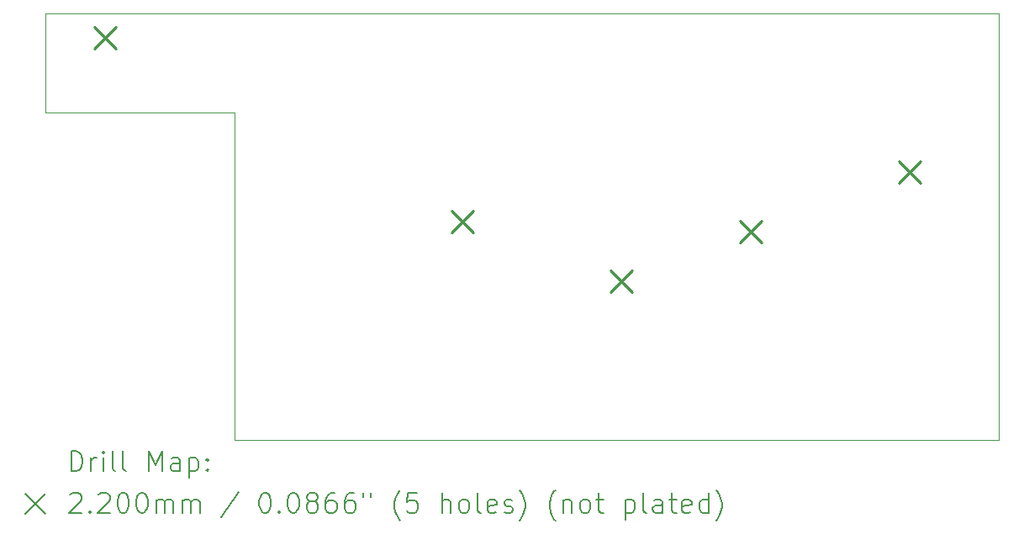
<source format=gbr>
%TF.GenerationSoftware,KiCad,Pcbnew,7.0.8-7.0.8~ubuntu22.04.1*%
%TF.CreationDate,2023-11-02T09:44:40+03:00*%
%TF.ProjectId,outdoor-module,6f757464-6f6f-4722-9d6d-6f64756c652e,rev?*%
%TF.SameCoordinates,Original*%
%TF.FileFunction,Drillmap*%
%TF.FilePolarity,Positive*%
%FSLAX45Y45*%
G04 Gerber Fmt 4.5, Leading zero omitted, Abs format (unit mm)*
G04 Created by KiCad (PCBNEW 7.0.8-7.0.8~ubuntu22.04.1) date 2023-11-02 09:44:40*
%MOMM*%
%LPD*%
G01*
G04 APERTURE LIST*
%ADD10C,0.100000*%
%ADD11C,0.200000*%
%ADD12C,0.220000*%
G04 APERTURE END LIST*
D10*
X13700000Y-4000000D02*
X6000000Y-4000000D01*
X6000000Y-8300000D02*
X13700000Y-8300000D01*
X4100000Y-4000000D02*
X4100000Y-5000000D01*
X4100000Y-5000000D02*
X6000000Y-5000000D01*
X6000000Y-5000000D02*
X6000000Y-8300000D01*
X6000000Y-4000000D02*
X4100000Y-4000000D01*
X13700000Y-8300000D02*
X13700000Y-4000000D01*
D11*
D12*
X4590000Y-4140000D02*
X4810000Y-4360000D01*
X4810000Y-4140000D02*
X4590000Y-4360000D01*
X8190000Y-5990000D02*
X8410000Y-6210000D01*
X8410000Y-5990000D02*
X8190000Y-6210000D01*
X9790000Y-6590000D02*
X10010000Y-6810000D01*
X10010000Y-6590000D02*
X9790000Y-6810000D01*
X11090000Y-6090000D02*
X11310000Y-6310000D01*
X11310000Y-6090000D02*
X11090000Y-6310000D01*
X12690000Y-5490000D02*
X12910000Y-5710000D01*
X12910000Y-5490000D02*
X12690000Y-5710000D01*
D11*
X4355777Y-8616484D02*
X4355777Y-8416484D01*
X4355777Y-8416484D02*
X4403396Y-8416484D01*
X4403396Y-8416484D02*
X4431967Y-8426008D01*
X4431967Y-8426008D02*
X4451015Y-8445055D01*
X4451015Y-8445055D02*
X4460539Y-8464103D01*
X4460539Y-8464103D02*
X4470063Y-8502198D01*
X4470063Y-8502198D02*
X4470063Y-8530770D01*
X4470063Y-8530770D02*
X4460539Y-8568865D01*
X4460539Y-8568865D02*
X4451015Y-8587912D01*
X4451015Y-8587912D02*
X4431967Y-8606960D01*
X4431967Y-8606960D02*
X4403396Y-8616484D01*
X4403396Y-8616484D02*
X4355777Y-8616484D01*
X4555777Y-8616484D02*
X4555777Y-8483150D01*
X4555777Y-8521246D02*
X4565301Y-8502198D01*
X4565301Y-8502198D02*
X4574824Y-8492674D01*
X4574824Y-8492674D02*
X4593872Y-8483150D01*
X4593872Y-8483150D02*
X4612920Y-8483150D01*
X4679586Y-8616484D02*
X4679586Y-8483150D01*
X4679586Y-8416484D02*
X4670063Y-8426008D01*
X4670063Y-8426008D02*
X4679586Y-8435531D01*
X4679586Y-8435531D02*
X4689110Y-8426008D01*
X4689110Y-8426008D02*
X4679586Y-8416484D01*
X4679586Y-8416484D02*
X4679586Y-8435531D01*
X4803396Y-8616484D02*
X4784348Y-8606960D01*
X4784348Y-8606960D02*
X4774824Y-8587912D01*
X4774824Y-8587912D02*
X4774824Y-8416484D01*
X4908158Y-8616484D02*
X4889110Y-8606960D01*
X4889110Y-8606960D02*
X4879586Y-8587912D01*
X4879586Y-8587912D02*
X4879586Y-8416484D01*
X5136729Y-8616484D02*
X5136729Y-8416484D01*
X5136729Y-8416484D02*
X5203396Y-8559341D01*
X5203396Y-8559341D02*
X5270063Y-8416484D01*
X5270063Y-8416484D02*
X5270063Y-8616484D01*
X5451015Y-8616484D02*
X5451015Y-8511722D01*
X5451015Y-8511722D02*
X5441491Y-8492674D01*
X5441491Y-8492674D02*
X5422444Y-8483150D01*
X5422444Y-8483150D02*
X5384348Y-8483150D01*
X5384348Y-8483150D02*
X5365301Y-8492674D01*
X5451015Y-8606960D02*
X5431967Y-8616484D01*
X5431967Y-8616484D02*
X5384348Y-8616484D01*
X5384348Y-8616484D02*
X5365301Y-8606960D01*
X5365301Y-8606960D02*
X5355777Y-8587912D01*
X5355777Y-8587912D02*
X5355777Y-8568865D01*
X5355777Y-8568865D02*
X5365301Y-8549817D01*
X5365301Y-8549817D02*
X5384348Y-8540293D01*
X5384348Y-8540293D02*
X5431967Y-8540293D01*
X5431967Y-8540293D02*
X5451015Y-8530770D01*
X5546253Y-8483150D02*
X5546253Y-8683150D01*
X5546253Y-8492674D02*
X5565301Y-8483150D01*
X5565301Y-8483150D02*
X5603396Y-8483150D01*
X5603396Y-8483150D02*
X5622443Y-8492674D01*
X5622443Y-8492674D02*
X5631967Y-8502198D01*
X5631967Y-8502198D02*
X5641491Y-8521246D01*
X5641491Y-8521246D02*
X5641491Y-8578389D01*
X5641491Y-8578389D02*
X5631967Y-8597436D01*
X5631967Y-8597436D02*
X5622443Y-8606960D01*
X5622443Y-8606960D02*
X5603396Y-8616484D01*
X5603396Y-8616484D02*
X5565301Y-8616484D01*
X5565301Y-8616484D02*
X5546253Y-8606960D01*
X5727205Y-8597436D02*
X5736729Y-8606960D01*
X5736729Y-8606960D02*
X5727205Y-8616484D01*
X5727205Y-8616484D02*
X5717682Y-8606960D01*
X5717682Y-8606960D02*
X5727205Y-8597436D01*
X5727205Y-8597436D02*
X5727205Y-8616484D01*
X5727205Y-8492674D02*
X5736729Y-8502198D01*
X5736729Y-8502198D02*
X5727205Y-8511722D01*
X5727205Y-8511722D02*
X5717682Y-8502198D01*
X5717682Y-8502198D02*
X5727205Y-8492674D01*
X5727205Y-8492674D02*
X5727205Y-8511722D01*
X3895000Y-8845000D02*
X4095000Y-9045000D01*
X4095000Y-8845000D02*
X3895000Y-9045000D01*
X4346253Y-8855531D02*
X4355777Y-8846008D01*
X4355777Y-8846008D02*
X4374824Y-8836484D01*
X4374824Y-8836484D02*
X4422444Y-8836484D01*
X4422444Y-8836484D02*
X4441491Y-8846008D01*
X4441491Y-8846008D02*
X4451015Y-8855531D01*
X4451015Y-8855531D02*
X4460539Y-8874579D01*
X4460539Y-8874579D02*
X4460539Y-8893627D01*
X4460539Y-8893627D02*
X4451015Y-8922198D01*
X4451015Y-8922198D02*
X4336729Y-9036484D01*
X4336729Y-9036484D02*
X4460539Y-9036484D01*
X4546253Y-9017436D02*
X4555777Y-9026960D01*
X4555777Y-9026960D02*
X4546253Y-9036484D01*
X4546253Y-9036484D02*
X4536729Y-9026960D01*
X4536729Y-9026960D02*
X4546253Y-9017436D01*
X4546253Y-9017436D02*
X4546253Y-9036484D01*
X4631967Y-8855531D02*
X4641491Y-8846008D01*
X4641491Y-8846008D02*
X4660539Y-8836484D01*
X4660539Y-8836484D02*
X4708158Y-8836484D01*
X4708158Y-8836484D02*
X4727205Y-8846008D01*
X4727205Y-8846008D02*
X4736729Y-8855531D01*
X4736729Y-8855531D02*
X4746253Y-8874579D01*
X4746253Y-8874579D02*
X4746253Y-8893627D01*
X4746253Y-8893627D02*
X4736729Y-8922198D01*
X4736729Y-8922198D02*
X4622444Y-9036484D01*
X4622444Y-9036484D02*
X4746253Y-9036484D01*
X4870063Y-8836484D02*
X4889110Y-8836484D01*
X4889110Y-8836484D02*
X4908158Y-8846008D01*
X4908158Y-8846008D02*
X4917682Y-8855531D01*
X4917682Y-8855531D02*
X4927205Y-8874579D01*
X4927205Y-8874579D02*
X4936729Y-8912674D01*
X4936729Y-8912674D02*
X4936729Y-8960293D01*
X4936729Y-8960293D02*
X4927205Y-8998389D01*
X4927205Y-8998389D02*
X4917682Y-9017436D01*
X4917682Y-9017436D02*
X4908158Y-9026960D01*
X4908158Y-9026960D02*
X4889110Y-9036484D01*
X4889110Y-9036484D02*
X4870063Y-9036484D01*
X4870063Y-9036484D02*
X4851015Y-9026960D01*
X4851015Y-9026960D02*
X4841491Y-9017436D01*
X4841491Y-9017436D02*
X4831967Y-8998389D01*
X4831967Y-8998389D02*
X4822444Y-8960293D01*
X4822444Y-8960293D02*
X4822444Y-8912674D01*
X4822444Y-8912674D02*
X4831967Y-8874579D01*
X4831967Y-8874579D02*
X4841491Y-8855531D01*
X4841491Y-8855531D02*
X4851015Y-8846008D01*
X4851015Y-8846008D02*
X4870063Y-8836484D01*
X5060539Y-8836484D02*
X5079586Y-8836484D01*
X5079586Y-8836484D02*
X5098634Y-8846008D01*
X5098634Y-8846008D02*
X5108158Y-8855531D01*
X5108158Y-8855531D02*
X5117682Y-8874579D01*
X5117682Y-8874579D02*
X5127205Y-8912674D01*
X5127205Y-8912674D02*
X5127205Y-8960293D01*
X5127205Y-8960293D02*
X5117682Y-8998389D01*
X5117682Y-8998389D02*
X5108158Y-9017436D01*
X5108158Y-9017436D02*
X5098634Y-9026960D01*
X5098634Y-9026960D02*
X5079586Y-9036484D01*
X5079586Y-9036484D02*
X5060539Y-9036484D01*
X5060539Y-9036484D02*
X5041491Y-9026960D01*
X5041491Y-9026960D02*
X5031967Y-9017436D01*
X5031967Y-9017436D02*
X5022444Y-8998389D01*
X5022444Y-8998389D02*
X5012920Y-8960293D01*
X5012920Y-8960293D02*
X5012920Y-8912674D01*
X5012920Y-8912674D02*
X5022444Y-8874579D01*
X5022444Y-8874579D02*
X5031967Y-8855531D01*
X5031967Y-8855531D02*
X5041491Y-8846008D01*
X5041491Y-8846008D02*
X5060539Y-8836484D01*
X5212920Y-9036484D02*
X5212920Y-8903150D01*
X5212920Y-8922198D02*
X5222444Y-8912674D01*
X5222444Y-8912674D02*
X5241491Y-8903150D01*
X5241491Y-8903150D02*
X5270063Y-8903150D01*
X5270063Y-8903150D02*
X5289110Y-8912674D01*
X5289110Y-8912674D02*
X5298634Y-8931722D01*
X5298634Y-8931722D02*
X5298634Y-9036484D01*
X5298634Y-8931722D02*
X5308158Y-8912674D01*
X5308158Y-8912674D02*
X5327205Y-8903150D01*
X5327205Y-8903150D02*
X5355777Y-8903150D01*
X5355777Y-8903150D02*
X5374825Y-8912674D01*
X5374825Y-8912674D02*
X5384348Y-8931722D01*
X5384348Y-8931722D02*
X5384348Y-9036484D01*
X5479586Y-9036484D02*
X5479586Y-8903150D01*
X5479586Y-8922198D02*
X5489110Y-8912674D01*
X5489110Y-8912674D02*
X5508158Y-8903150D01*
X5508158Y-8903150D02*
X5536729Y-8903150D01*
X5536729Y-8903150D02*
X5555777Y-8912674D01*
X5555777Y-8912674D02*
X5565301Y-8931722D01*
X5565301Y-8931722D02*
X5565301Y-9036484D01*
X5565301Y-8931722D02*
X5574825Y-8912674D01*
X5574825Y-8912674D02*
X5593872Y-8903150D01*
X5593872Y-8903150D02*
X5622443Y-8903150D01*
X5622443Y-8903150D02*
X5641491Y-8912674D01*
X5641491Y-8912674D02*
X5651015Y-8931722D01*
X5651015Y-8931722D02*
X5651015Y-9036484D01*
X6041491Y-8826960D02*
X5870063Y-9084103D01*
X6298634Y-8836484D02*
X6317682Y-8836484D01*
X6317682Y-8836484D02*
X6336729Y-8846008D01*
X6336729Y-8846008D02*
X6346253Y-8855531D01*
X6346253Y-8855531D02*
X6355777Y-8874579D01*
X6355777Y-8874579D02*
X6365301Y-8912674D01*
X6365301Y-8912674D02*
X6365301Y-8960293D01*
X6365301Y-8960293D02*
X6355777Y-8998389D01*
X6355777Y-8998389D02*
X6346253Y-9017436D01*
X6346253Y-9017436D02*
X6336729Y-9026960D01*
X6336729Y-9026960D02*
X6317682Y-9036484D01*
X6317682Y-9036484D02*
X6298634Y-9036484D01*
X6298634Y-9036484D02*
X6279586Y-9026960D01*
X6279586Y-9026960D02*
X6270063Y-9017436D01*
X6270063Y-9017436D02*
X6260539Y-8998389D01*
X6260539Y-8998389D02*
X6251015Y-8960293D01*
X6251015Y-8960293D02*
X6251015Y-8912674D01*
X6251015Y-8912674D02*
X6260539Y-8874579D01*
X6260539Y-8874579D02*
X6270063Y-8855531D01*
X6270063Y-8855531D02*
X6279586Y-8846008D01*
X6279586Y-8846008D02*
X6298634Y-8836484D01*
X6451015Y-9017436D02*
X6460539Y-9026960D01*
X6460539Y-9026960D02*
X6451015Y-9036484D01*
X6451015Y-9036484D02*
X6441491Y-9026960D01*
X6441491Y-9026960D02*
X6451015Y-9017436D01*
X6451015Y-9017436D02*
X6451015Y-9036484D01*
X6584348Y-8836484D02*
X6603396Y-8836484D01*
X6603396Y-8836484D02*
X6622444Y-8846008D01*
X6622444Y-8846008D02*
X6631967Y-8855531D01*
X6631967Y-8855531D02*
X6641491Y-8874579D01*
X6641491Y-8874579D02*
X6651015Y-8912674D01*
X6651015Y-8912674D02*
X6651015Y-8960293D01*
X6651015Y-8960293D02*
X6641491Y-8998389D01*
X6641491Y-8998389D02*
X6631967Y-9017436D01*
X6631967Y-9017436D02*
X6622444Y-9026960D01*
X6622444Y-9026960D02*
X6603396Y-9036484D01*
X6603396Y-9036484D02*
X6584348Y-9036484D01*
X6584348Y-9036484D02*
X6565301Y-9026960D01*
X6565301Y-9026960D02*
X6555777Y-9017436D01*
X6555777Y-9017436D02*
X6546253Y-8998389D01*
X6546253Y-8998389D02*
X6536729Y-8960293D01*
X6536729Y-8960293D02*
X6536729Y-8912674D01*
X6536729Y-8912674D02*
X6546253Y-8874579D01*
X6546253Y-8874579D02*
X6555777Y-8855531D01*
X6555777Y-8855531D02*
X6565301Y-8846008D01*
X6565301Y-8846008D02*
X6584348Y-8836484D01*
X6765301Y-8922198D02*
X6746253Y-8912674D01*
X6746253Y-8912674D02*
X6736729Y-8903150D01*
X6736729Y-8903150D02*
X6727206Y-8884103D01*
X6727206Y-8884103D02*
X6727206Y-8874579D01*
X6727206Y-8874579D02*
X6736729Y-8855531D01*
X6736729Y-8855531D02*
X6746253Y-8846008D01*
X6746253Y-8846008D02*
X6765301Y-8836484D01*
X6765301Y-8836484D02*
X6803396Y-8836484D01*
X6803396Y-8836484D02*
X6822444Y-8846008D01*
X6822444Y-8846008D02*
X6831967Y-8855531D01*
X6831967Y-8855531D02*
X6841491Y-8874579D01*
X6841491Y-8874579D02*
X6841491Y-8884103D01*
X6841491Y-8884103D02*
X6831967Y-8903150D01*
X6831967Y-8903150D02*
X6822444Y-8912674D01*
X6822444Y-8912674D02*
X6803396Y-8922198D01*
X6803396Y-8922198D02*
X6765301Y-8922198D01*
X6765301Y-8922198D02*
X6746253Y-8931722D01*
X6746253Y-8931722D02*
X6736729Y-8941246D01*
X6736729Y-8941246D02*
X6727206Y-8960293D01*
X6727206Y-8960293D02*
X6727206Y-8998389D01*
X6727206Y-8998389D02*
X6736729Y-9017436D01*
X6736729Y-9017436D02*
X6746253Y-9026960D01*
X6746253Y-9026960D02*
X6765301Y-9036484D01*
X6765301Y-9036484D02*
X6803396Y-9036484D01*
X6803396Y-9036484D02*
X6822444Y-9026960D01*
X6822444Y-9026960D02*
X6831967Y-9017436D01*
X6831967Y-9017436D02*
X6841491Y-8998389D01*
X6841491Y-8998389D02*
X6841491Y-8960293D01*
X6841491Y-8960293D02*
X6831967Y-8941246D01*
X6831967Y-8941246D02*
X6822444Y-8931722D01*
X6822444Y-8931722D02*
X6803396Y-8922198D01*
X7012920Y-8836484D02*
X6974825Y-8836484D01*
X6974825Y-8836484D02*
X6955777Y-8846008D01*
X6955777Y-8846008D02*
X6946253Y-8855531D01*
X6946253Y-8855531D02*
X6927206Y-8884103D01*
X6927206Y-8884103D02*
X6917682Y-8922198D01*
X6917682Y-8922198D02*
X6917682Y-8998389D01*
X6917682Y-8998389D02*
X6927206Y-9017436D01*
X6927206Y-9017436D02*
X6936729Y-9026960D01*
X6936729Y-9026960D02*
X6955777Y-9036484D01*
X6955777Y-9036484D02*
X6993872Y-9036484D01*
X6993872Y-9036484D02*
X7012920Y-9026960D01*
X7012920Y-9026960D02*
X7022444Y-9017436D01*
X7022444Y-9017436D02*
X7031967Y-8998389D01*
X7031967Y-8998389D02*
X7031967Y-8950770D01*
X7031967Y-8950770D02*
X7022444Y-8931722D01*
X7022444Y-8931722D02*
X7012920Y-8922198D01*
X7012920Y-8922198D02*
X6993872Y-8912674D01*
X6993872Y-8912674D02*
X6955777Y-8912674D01*
X6955777Y-8912674D02*
X6936729Y-8922198D01*
X6936729Y-8922198D02*
X6927206Y-8931722D01*
X6927206Y-8931722D02*
X6917682Y-8950770D01*
X7203396Y-8836484D02*
X7165301Y-8836484D01*
X7165301Y-8836484D02*
X7146253Y-8846008D01*
X7146253Y-8846008D02*
X7136729Y-8855531D01*
X7136729Y-8855531D02*
X7117682Y-8884103D01*
X7117682Y-8884103D02*
X7108158Y-8922198D01*
X7108158Y-8922198D02*
X7108158Y-8998389D01*
X7108158Y-8998389D02*
X7117682Y-9017436D01*
X7117682Y-9017436D02*
X7127206Y-9026960D01*
X7127206Y-9026960D02*
X7146253Y-9036484D01*
X7146253Y-9036484D02*
X7184348Y-9036484D01*
X7184348Y-9036484D02*
X7203396Y-9026960D01*
X7203396Y-9026960D02*
X7212920Y-9017436D01*
X7212920Y-9017436D02*
X7222444Y-8998389D01*
X7222444Y-8998389D02*
X7222444Y-8950770D01*
X7222444Y-8950770D02*
X7212920Y-8931722D01*
X7212920Y-8931722D02*
X7203396Y-8922198D01*
X7203396Y-8922198D02*
X7184348Y-8912674D01*
X7184348Y-8912674D02*
X7146253Y-8912674D01*
X7146253Y-8912674D02*
X7127206Y-8922198D01*
X7127206Y-8922198D02*
X7117682Y-8931722D01*
X7117682Y-8931722D02*
X7108158Y-8950770D01*
X7298634Y-8836484D02*
X7298634Y-8874579D01*
X7374825Y-8836484D02*
X7374825Y-8874579D01*
X7670063Y-9112674D02*
X7660539Y-9103150D01*
X7660539Y-9103150D02*
X7641491Y-9074579D01*
X7641491Y-9074579D02*
X7631968Y-9055531D01*
X7631968Y-9055531D02*
X7622444Y-9026960D01*
X7622444Y-9026960D02*
X7612920Y-8979341D01*
X7612920Y-8979341D02*
X7612920Y-8941246D01*
X7612920Y-8941246D02*
X7622444Y-8893627D01*
X7622444Y-8893627D02*
X7631968Y-8865055D01*
X7631968Y-8865055D02*
X7641491Y-8846008D01*
X7641491Y-8846008D02*
X7660539Y-8817436D01*
X7660539Y-8817436D02*
X7670063Y-8807912D01*
X7841491Y-8836484D02*
X7746253Y-8836484D01*
X7746253Y-8836484D02*
X7736729Y-8931722D01*
X7736729Y-8931722D02*
X7746253Y-8922198D01*
X7746253Y-8922198D02*
X7765301Y-8912674D01*
X7765301Y-8912674D02*
X7812920Y-8912674D01*
X7812920Y-8912674D02*
X7831968Y-8922198D01*
X7831968Y-8922198D02*
X7841491Y-8931722D01*
X7841491Y-8931722D02*
X7851015Y-8950770D01*
X7851015Y-8950770D02*
X7851015Y-8998389D01*
X7851015Y-8998389D02*
X7841491Y-9017436D01*
X7841491Y-9017436D02*
X7831968Y-9026960D01*
X7831968Y-9026960D02*
X7812920Y-9036484D01*
X7812920Y-9036484D02*
X7765301Y-9036484D01*
X7765301Y-9036484D02*
X7746253Y-9026960D01*
X7746253Y-9026960D02*
X7736729Y-9017436D01*
X8089110Y-9036484D02*
X8089110Y-8836484D01*
X8174825Y-9036484D02*
X8174825Y-8931722D01*
X8174825Y-8931722D02*
X8165301Y-8912674D01*
X8165301Y-8912674D02*
X8146253Y-8903150D01*
X8146253Y-8903150D02*
X8117682Y-8903150D01*
X8117682Y-8903150D02*
X8098634Y-8912674D01*
X8098634Y-8912674D02*
X8089110Y-8922198D01*
X8298634Y-9036484D02*
X8279587Y-9026960D01*
X8279587Y-9026960D02*
X8270063Y-9017436D01*
X8270063Y-9017436D02*
X8260539Y-8998389D01*
X8260539Y-8998389D02*
X8260539Y-8941246D01*
X8260539Y-8941246D02*
X8270063Y-8922198D01*
X8270063Y-8922198D02*
X8279587Y-8912674D01*
X8279587Y-8912674D02*
X8298634Y-8903150D01*
X8298634Y-8903150D02*
X8327206Y-8903150D01*
X8327206Y-8903150D02*
X8346253Y-8912674D01*
X8346253Y-8912674D02*
X8355777Y-8922198D01*
X8355777Y-8922198D02*
X8365301Y-8941246D01*
X8365301Y-8941246D02*
X8365301Y-8998389D01*
X8365301Y-8998389D02*
X8355777Y-9017436D01*
X8355777Y-9017436D02*
X8346253Y-9026960D01*
X8346253Y-9026960D02*
X8327206Y-9036484D01*
X8327206Y-9036484D02*
X8298634Y-9036484D01*
X8479587Y-9036484D02*
X8460539Y-9026960D01*
X8460539Y-9026960D02*
X8451015Y-9007912D01*
X8451015Y-9007912D02*
X8451015Y-8836484D01*
X8631968Y-9026960D02*
X8612920Y-9036484D01*
X8612920Y-9036484D02*
X8574825Y-9036484D01*
X8574825Y-9036484D02*
X8555777Y-9026960D01*
X8555777Y-9026960D02*
X8546253Y-9007912D01*
X8546253Y-9007912D02*
X8546253Y-8931722D01*
X8546253Y-8931722D02*
X8555777Y-8912674D01*
X8555777Y-8912674D02*
X8574825Y-8903150D01*
X8574825Y-8903150D02*
X8612920Y-8903150D01*
X8612920Y-8903150D02*
X8631968Y-8912674D01*
X8631968Y-8912674D02*
X8641492Y-8931722D01*
X8641492Y-8931722D02*
X8641492Y-8950770D01*
X8641492Y-8950770D02*
X8546253Y-8969817D01*
X8717682Y-9026960D02*
X8736730Y-9036484D01*
X8736730Y-9036484D02*
X8774825Y-9036484D01*
X8774825Y-9036484D02*
X8793873Y-9026960D01*
X8793873Y-9026960D02*
X8803396Y-9007912D01*
X8803396Y-9007912D02*
X8803396Y-8998389D01*
X8803396Y-8998389D02*
X8793873Y-8979341D01*
X8793873Y-8979341D02*
X8774825Y-8969817D01*
X8774825Y-8969817D02*
X8746253Y-8969817D01*
X8746253Y-8969817D02*
X8727206Y-8960293D01*
X8727206Y-8960293D02*
X8717682Y-8941246D01*
X8717682Y-8941246D02*
X8717682Y-8931722D01*
X8717682Y-8931722D02*
X8727206Y-8912674D01*
X8727206Y-8912674D02*
X8746253Y-8903150D01*
X8746253Y-8903150D02*
X8774825Y-8903150D01*
X8774825Y-8903150D02*
X8793873Y-8912674D01*
X8870063Y-9112674D02*
X8879587Y-9103150D01*
X8879587Y-9103150D02*
X8898634Y-9074579D01*
X8898634Y-9074579D02*
X8908158Y-9055531D01*
X8908158Y-9055531D02*
X8917682Y-9026960D01*
X8917682Y-9026960D02*
X8927206Y-8979341D01*
X8927206Y-8979341D02*
X8927206Y-8941246D01*
X8927206Y-8941246D02*
X8917682Y-8893627D01*
X8917682Y-8893627D02*
X8908158Y-8865055D01*
X8908158Y-8865055D02*
X8898634Y-8846008D01*
X8898634Y-8846008D02*
X8879587Y-8817436D01*
X8879587Y-8817436D02*
X8870063Y-8807912D01*
X9231968Y-9112674D02*
X9222444Y-9103150D01*
X9222444Y-9103150D02*
X9203396Y-9074579D01*
X9203396Y-9074579D02*
X9193873Y-9055531D01*
X9193873Y-9055531D02*
X9184349Y-9026960D01*
X9184349Y-9026960D02*
X9174825Y-8979341D01*
X9174825Y-8979341D02*
X9174825Y-8941246D01*
X9174825Y-8941246D02*
X9184349Y-8893627D01*
X9184349Y-8893627D02*
X9193873Y-8865055D01*
X9193873Y-8865055D02*
X9203396Y-8846008D01*
X9203396Y-8846008D02*
X9222444Y-8817436D01*
X9222444Y-8817436D02*
X9231968Y-8807912D01*
X9308158Y-8903150D02*
X9308158Y-9036484D01*
X9308158Y-8922198D02*
X9317682Y-8912674D01*
X9317682Y-8912674D02*
X9336730Y-8903150D01*
X9336730Y-8903150D02*
X9365301Y-8903150D01*
X9365301Y-8903150D02*
X9384349Y-8912674D01*
X9384349Y-8912674D02*
X9393873Y-8931722D01*
X9393873Y-8931722D02*
X9393873Y-9036484D01*
X9517682Y-9036484D02*
X9498634Y-9026960D01*
X9498634Y-9026960D02*
X9489111Y-9017436D01*
X9489111Y-9017436D02*
X9479587Y-8998389D01*
X9479587Y-8998389D02*
X9479587Y-8941246D01*
X9479587Y-8941246D02*
X9489111Y-8922198D01*
X9489111Y-8922198D02*
X9498634Y-8912674D01*
X9498634Y-8912674D02*
X9517682Y-8903150D01*
X9517682Y-8903150D02*
X9546254Y-8903150D01*
X9546254Y-8903150D02*
X9565301Y-8912674D01*
X9565301Y-8912674D02*
X9574825Y-8922198D01*
X9574825Y-8922198D02*
X9584349Y-8941246D01*
X9584349Y-8941246D02*
X9584349Y-8998389D01*
X9584349Y-8998389D02*
X9574825Y-9017436D01*
X9574825Y-9017436D02*
X9565301Y-9026960D01*
X9565301Y-9026960D02*
X9546254Y-9036484D01*
X9546254Y-9036484D02*
X9517682Y-9036484D01*
X9641492Y-8903150D02*
X9717682Y-8903150D01*
X9670063Y-8836484D02*
X9670063Y-9007912D01*
X9670063Y-9007912D02*
X9679587Y-9026960D01*
X9679587Y-9026960D02*
X9698634Y-9036484D01*
X9698634Y-9036484D02*
X9717682Y-9036484D01*
X9936730Y-8903150D02*
X9936730Y-9103150D01*
X9936730Y-8912674D02*
X9955777Y-8903150D01*
X9955777Y-8903150D02*
X9993873Y-8903150D01*
X9993873Y-8903150D02*
X10012920Y-8912674D01*
X10012920Y-8912674D02*
X10022444Y-8922198D01*
X10022444Y-8922198D02*
X10031968Y-8941246D01*
X10031968Y-8941246D02*
X10031968Y-8998389D01*
X10031968Y-8998389D02*
X10022444Y-9017436D01*
X10022444Y-9017436D02*
X10012920Y-9026960D01*
X10012920Y-9026960D02*
X9993873Y-9036484D01*
X9993873Y-9036484D02*
X9955777Y-9036484D01*
X9955777Y-9036484D02*
X9936730Y-9026960D01*
X10146254Y-9036484D02*
X10127206Y-9026960D01*
X10127206Y-9026960D02*
X10117682Y-9007912D01*
X10117682Y-9007912D02*
X10117682Y-8836484D01*
X10308158Y-9036484D02*
X10308158Y-8931722D01*
X10308158Y-8931722D02*
X10298635Y-8912674D01*
X10298635Y-8912674D02*
X10279587Y-8903150D01*
X10279587Y-8903150D02*
X10241492Y-8903150D01*
X10241492Y-8903150D02*
X10222444Y-8912674D01*
X10308158Y-9026960D02*
X10289111Y-9036484D01*
X10289111Y-9036484D02*
X10241492Y-9036484D01*
X10241492Y-9036484D02*
X10222444Y-9026960D01*
X10222444Y-9026960D02*
X10212920Y-9007912D01*
X10212920Y-9007912D02*
X10212920Y-8988865D01*
X10212920Y-8988865D02*
X10222444Y-8969817D01*
X10222444Y-8969817D02*
X10241492Y-8960293D01*
X10241492Y-8960293D02*
X10289111Y-8960293D01*
X10289111Y-8960293D02*
X10308158Y-8950770D01*
X10374825Y-8903150D02*
X10451015Y-8903150D01*
X10403396Y-8836484D02*
X10403396Y-9007912D01*
X10403396Y-9007912D02*
X10412920Y-9026960D01*
X10412920Y-9026960D02*
X10431968Y-9036484D01*
X10431968Y-9036484D02*
X10451015Y-9036484D01*
X10593873Y-9026960D02*
X10574825Y-9036484D01*
X10574825Y-9036484D02*
X10536730Y-9036484D01*
X10536730Y-9036484D02*
X10517682Y-9026960D01*
X10517682Y-9026960D02*
X10508158Y-9007912D01*
X10508158Y-9007912D02*
X10508158Y-8931722D01*
X10508158Y-8931722D02*
X10517682Y-8912674D01*
X10517682Y-8912674D02*
X10536730Y-8903150D01*
X10536730Y-8903150D02*
X10574825Y-8903150D01*
X10574825Y-8903150D02*
X10593873Y-8912674D01*
X10593873Y-8912674D02*
X10603396Y-8931722D01*
X10603396Y-8931722D02*
X10603396Y-8950770D01*
X10603396Y-8950770D02*
X10508158Y-8969817D01*
X10774825Y-9036484D02*
X10774825Y-8836484D01*
X10774825Y-9026960D02*
X10755777Y-9036484D01*
X10755777Y-9036484D02*
X10717682Y-9036484D01*
X10717682Y-9036484D02*
X10698635Y-9026960D01*
X10698635Y-9026960D02*
X10689111Y-9017436D01*
X10689111Y-9017436D02*
X10679587Y-8998389D01*
X10679587Y-8998389D02*
X10679587Y-8941246D01*
X10679587Y-8941246D02*
X10689111Y-8922198D01*
X10689111Y-8922198D02*
X10698635Y-8912674D01*
X10698635Y-8912674D02*
X10717682Y-8903150D01*
X10717682Y-8903150D02*
X10755777Y-8903150D01*
X10755777Y-8903150D02*
X10774825Y-8912674D01*
X10851016Y-9112674D02*
X10860539Y-9103150D01*
X10860539Y-9103150D02*
X10879587Y-9074579D01*
X10879587Y-9074579D02*
X10889111Y-9055531D01*
X10889111Y-9055531D02*
X10898635Y-9026960D01*
X10898635Y-9026960D02*
X10908158Y-8979341D01*
X10908158Y-8979341D02*
X10908158Y-8941246D01*
X10908158Y-8941246D02*
X10898635Y-8893627D01*
X10898635Y-8893627D02*
X10889111Y-8865055D01*
X10889111Y-8865055D02*
X10879587Y-8846008D01*
X10879587Y-8846008D02*
X10860539Y-8817436D01*
X10860539Y-8817436D02*
X10851016Y-8807912D01*
M02*

</source>
